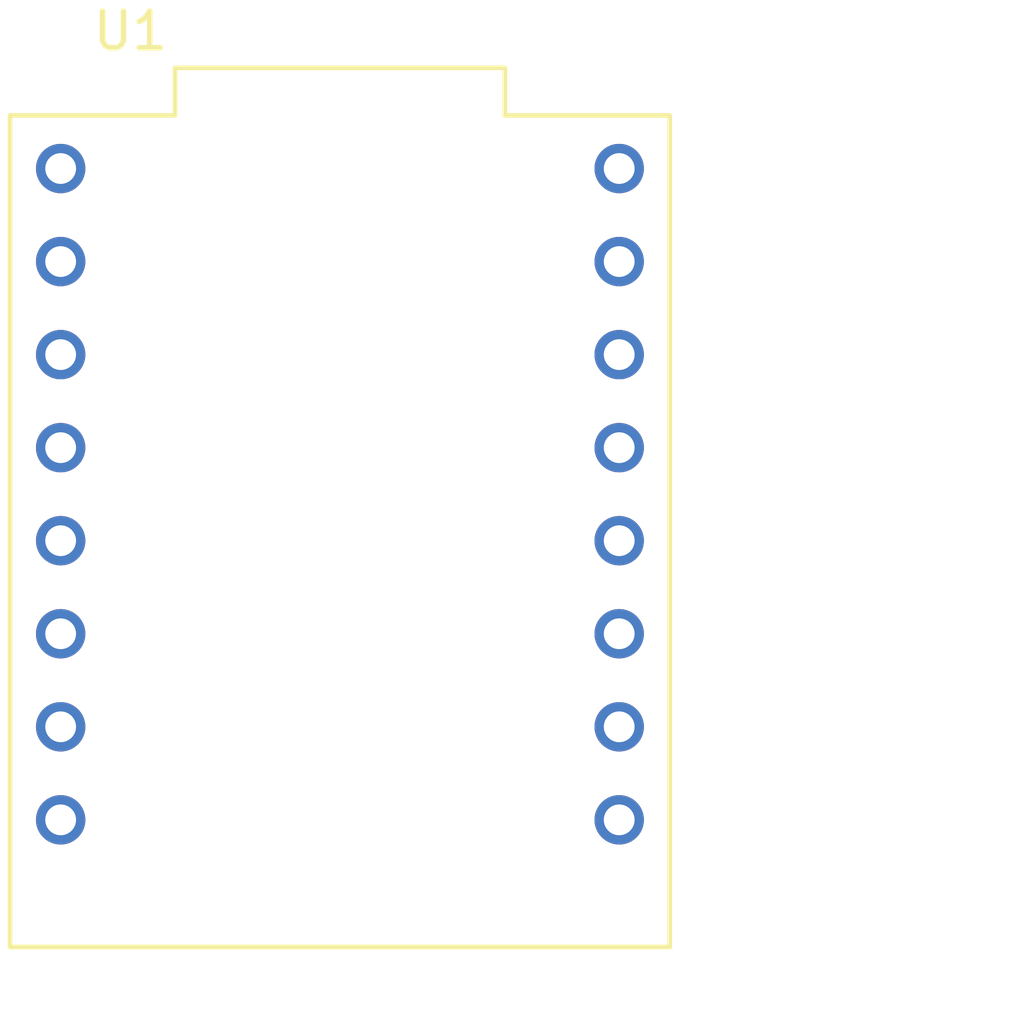
<source format=kicad_pcb>
(kicad_pcb (version 20241229) (generator "pcbnew") (generator_version "9.0")
  (layers (0 "F.Cu" signal) (2 "B.Cu" signal) (13 "F.Paste" user) (15 "B.Paste" user) (5 "F.SilkS" user "F.Silkscreen") (7 "B.SilkS" user "B.Silkscreen") (1 "F.Mask" user) (3 "B.Mask" user) (25 "Edge.Cuts" user))
  (net 0 "")
  (footprint "ESP32-C3_SUPERMINI_TH:MODULE_ESP32-C3_SUPERMINI_TH" (layer "F.Cu") (at 151.28 86.72)
    (property "Reference" "U1" (at -5.715 -13.6525 0) (layer "F.SilkS"))
    (property "Value" "ESP32-C3_SUPERMINI_TH")
    (fp_line (start -9 11.35) (end -9 -11.35) (stroke (width 0.127)) (layer "F.SilkS"))
    (fp_line (start -4.5 -12.65) (end -4.5 -11.35) (stroke (width 0.127)) (layer "F.SilkS"))
    (fp_line (start -4.5 -11.35) (end -9 -11.35) (stroke (width 0.127)) (layer "F.SilkS"))
    (fp_line (start 4.5 -12.65) (end -4.5 -12.65) (stroke (width 0.127)) (layer "F.SilkS"))
    (fp_line (start 4.5 -12.65) (end 4.5 -11.35) (stroke (width 0.127)) (layer "F.SilkS"))
    (fp_line (start 9 -11.35) (end 4.5 -11.35) (stroke (width 0.127)) (layer "F.SilkS"))
    (fp_line (start 9 11.35) (end -9 11.35) (stroke (width 0.127)) (layer "F.SilkS"))
    (fp_line (start 9 11.35) (end 9 -11.35) (stroke (width 0.127)) (layer "F.SilkS"))
    (pad "0" thru_hole circle (at 7.62 7.88) (size 1.348 1.348) (drill 0.84) (layers "*.Cu" "*.Mask"))
    (pad "1" thru_hole circle (at 7.62 5.34) (size 1.348 1.348) (drill 0.84) (layers "*.Cu" "*.Mask"))
    (pad "2" thru_hole circle (at 7.62 2.8) (size 1.348 1.348) (drill 0.84) (layers "*.Cu" "*.Mask"))
    (pad "3" thru_hole circle (at 7.62 0.26) (size 1.348 1.348) (drill 0.84) (layers "*.Cu" "*.Mask"))
    (pad "3.3" thru_hole circle (at 7.62 -4.82) (size 1.348 1.348) (drill 0.84) (layers "*.Cu" "*.Mask"))
    (pad "4" thru_hole circle (at 7.62 -2.28) (size 1.348 1.348) (drill 0.84) (layers "*.Cu" "*.Mask"))
    (pad "5" thru_hole circle (at -7.62 -9.9) (size 1.348 1.348) (drill 0.84) (layers "*.Cu" "*.Mask"))
    (pad "5V" thru_hole circle (at 7.62 -9.9) (size 1.348 1.348) (drill 0.84) (layers "*.Cu" "*.Mask"))
    (pad "6" thru_hole circle (at -7.62 -7.36) (size 1.348 1.348) (drill 0.84) (layers "*.Cu" "*.Mask"))
    (pad "7" thru_hole circle (at -7.62 -4.82) (size 1.348 1.348) (drill 0.84) (layers "*.Cu" "*.Mask"))
    (pad "8" thru_hole circle (at -7.62 -2.28) (size 1.348 1.348) (drill 0.84) (layers "*.Cu" "*.Mask"))
    (pad "9" thru_hole circle (at -7.62 0.26) (size 1.348 1.348) (drill 0.84) (layers "*.Cu" "*.Mask"))
    (pad "10" thru_hole circle (at -7.62 2.8) (size 1.348 1.348) (drill 0.84) (layers "*.Cu" "*.Mask"))
    (pad "20" thru_hole circle (at -7.62 5.34) (size 1.348 1.348) (drill 0.84) (layers "*.Cu" "*.Mask"))
    (pad "21" thru_hole circle (at -7.62 7.88) (size 1.348 1.348) (drill 0.84) (layers "*.Cu" "*.Mask"))
    (pad "G" thru_hole circle (at 7.62 -7.36) (size 1.348 1.348) (drill 0.84) (layers "*.Cu" "*.Mask"))
  )
)
</source>
